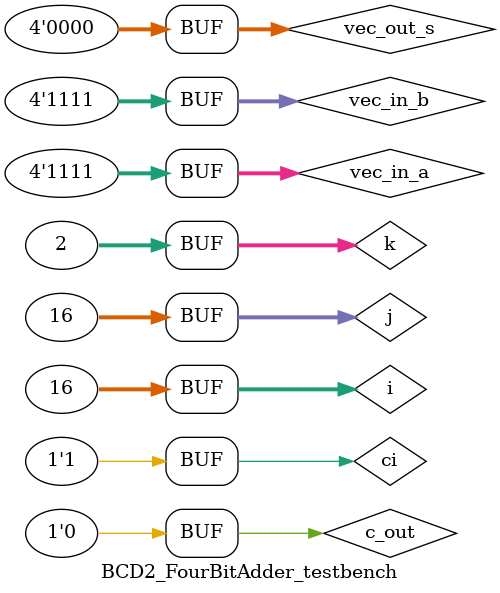
<source format=sv>
module BCD2_FourBitAdder(input logic ci,input logic [3:0]vec_in_b,vec_in_a, output logic [3:0]vec_out_s,output logic c_out);
	//logic [3:0]S_out;
	logic [2:0]vec_c_out;
	//input logic ci,b,a, output logic s,c0
	BCD2_Adder FA1(ci,vec_in_b[0],vec_in_a[0],vec_out_s[0],vec_c_out[0]);
	BCD2_Adder FA2(vec_c_out[0],vec_in_b[1],vec_in_a[1],vec_out_s[1],vec_c_out[1]);
	BCD2_Adder FA3(vec_c_out[1],vec_in_b[2],vec_in_a[2],vec_out_s[2],vec_c_out[2]);
	BCD2_Adder FA4(vec_c_out[2],vec_in_b[3],vec_in_a[3],vec_out_s[3],c_out);
endmodule


module BCD2_FourBitAdder_testbench();
	logic ci,c_out;
	logic [3:0]vec_in_b,vec_in_a,vec_out_s;
    integer i,j,k;

    BCD2_FourBitAdder DUT(ci,vec_in_b,vec_in_a,vec_out_s,c_out);
    initial 
    begin
        $display("b:a:ci    s:c0");    
    end

    initial 
    begin
        vec_in_b = 4'h0;vec_in_a = 4'h0;ci = 4'h0;c_out = 4'h0;vec_out_s = 4'h0;
        for(i = 0; i < 16; i++)
        begin
            $monitor("%h%h%h       %h%h",vec_in_b,vec_in_a,ci,c_out,vec_out_s);
            vec_in_b = i;#10;
            for(j = 0; j < 16; j++)
            begin
                $monitor("%h%h%h       %h%h",vec_in_b,vec_in_a,ci,c_out,vec_out_s);
                vec_in_a = j;#10;
                for(k = 0; k < 2; k++)
                begin
                    $monitor("%h%h%h       %h%h",vec_in_b,vec_in_a,ci,c_out,vec_out_s);
                    ci = k;#10;
                    assert(ci + vec_in_b + vec_in_a == i + j + k);
                end
            end
        end
    end
endmodule
</source>
